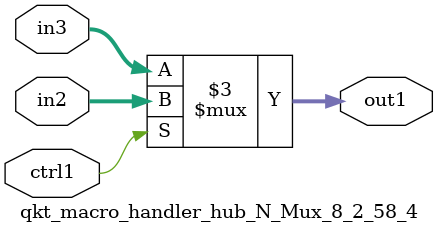
<source format=v>

`timescale 1ps / 1ps


module qkt_macro_handler_hub_N_Mux_8_2_58_4( in3, in2, ctrl1, out1 );

    input [7:0] in3;
    input [7:0] in2;
    input ctrl1;
    output [7:0] out1;
    reg [7:0] out1;

    
    // rtl_process:qkt_macro_handler_hub_N_Mux_8_2_58_4/qkt_macro_handler_hub_N_Mux_8_2_58_4_thread_1
    always @*
      begin : qkt_macro_handler_hub_N_Mux_8_2_58_4_thread_1
        case (ctrl1) 
          1'b1: 
            begin
              out1 = in2;
            end
          default: 
            begin
              out1 = in3;
            end
        endcase
      end

endmodule



</source>
